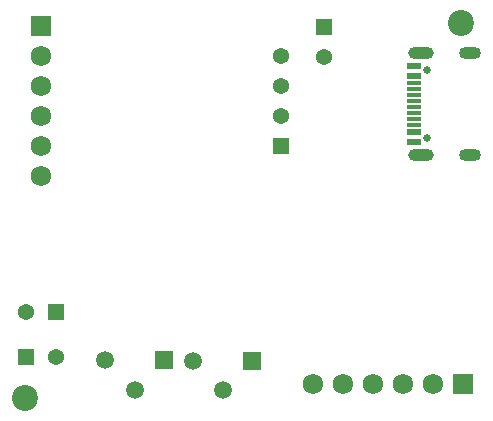
<source format=gbr>
G04*
G04 #@! TF.GenerationSoftware,Altium Limited,Altium Designer,24.1.2 (44)*
G04*
G04 Layer_Color=255*
%FSLAX25Y25*%
%MOIN*%
G70*
G04*
G04 #@! TF.SameCoordinates,EBF418CC-EE97-4C3D-AA47-A42144AD25BC*
G04*
G04*
G04 #@! TF.FilePolarity,Positive*
G04*
G01*
G75*
%ADD53C,0.08661*%
%ADD54R,0.05937X0.05937*%
%ADD55C,0.05937*%
%ADD56C,0.05394*%
%ADD57R,0.05394X0.05394*%
%ADD58R,0.05394X0.05394*%
%ADD59R,0.06791X0.06791*%
%ADD60C,0.06791*%
%ADD61R,0.06791X0.06791*%
%ADD62C,0.02559*%
%ADD63O,0.07284X0.04134*%
%ADD64O,0.08465X0.04134*%
%ADD66R,0.04528X0.02362*%
%ADD67R,0.04528X0.01181*%
D53*
X132500Y128500D02*
D03*
X278000Y253500D02*
D03*
D54*
X208342Y140843D02*
D03*
X179000Y141000D02*
D03*
D55*
X198500Y131000D02*
D03*
X188657Y140843D02*
D03*
X169157Y131157D02*
D03*
X159315Y141000D02*
D03*
D56*
X133000Y157000D02*
D03*
X143000Y142000D02*
D03*
X218000Y222500D02*
D03*
Y232500D02*
D03*
Y242500D02*
D03*
X232139Y242000D02*
D03*
D57*
X143000Y157000D02*
D03*
X133000Y142000D02*
D03*
X218000Y212500D02*
D03*
D58*
X232139Y252000D02*
D03*
D59*
X138000Y252500D02*
D03*
D60*
Y242500D02*
D03*
Y232500D02*
D03*
Y222500D02*
D03*
Y212500D02*
D03*
Y202500D02*
D03*
X268500Y133000D02*
D03*
X258500D02*
D03*
X248500D02*
D03*
X238500D02*
D03*
X228500D02*
D03*
D61*
X278500D02*
D03*
D62*
X266512Y237878D02*
D03*
Y215122D02*
D03*
D63*
X281000Y209492D02*
D03*
Y243508D02*
D03*
D64*
X264543Y209492D02*
D03*
Y243508D02*
D03*
D66*
X262319Y213902D02*
D03*
Y217051D02*
D03*
Y235949D02*
D03*
Y239098D02*
D03*
D67*
Y219610D02*
D03*
Y221579D02*
D03*
Y223547D02*
D03*
Y225516D02*
D03*
Y227484D02*
D03*
Y229453D02*
D03*
Y231421D02*
D03*
Y233390D02*
D03*
M02*

</source>
